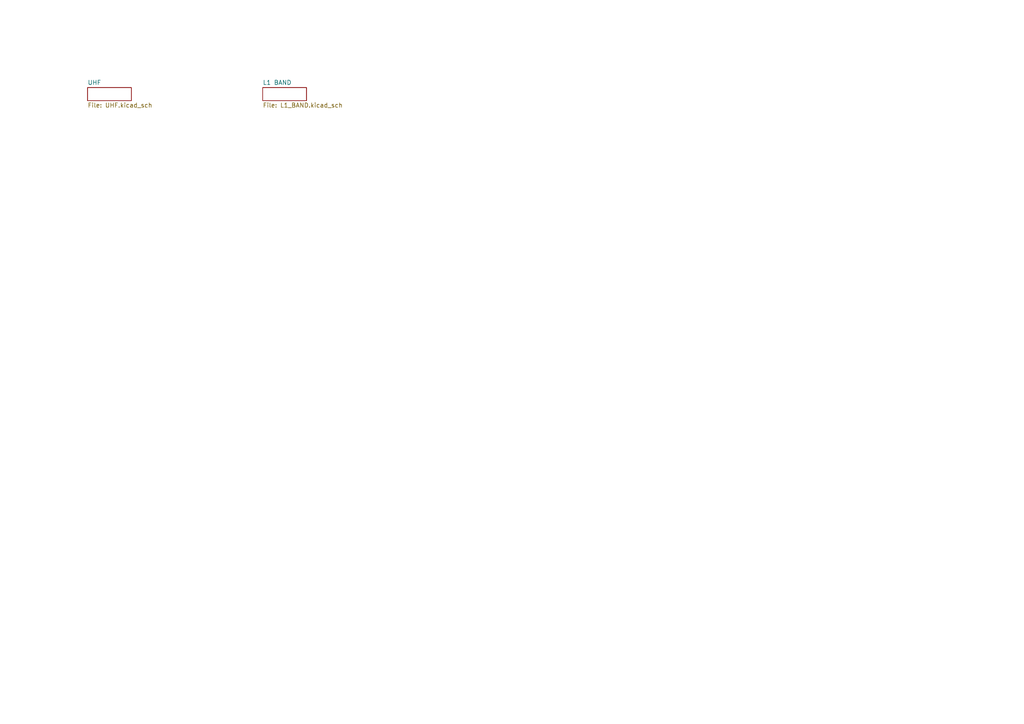
<source format=kicad_sch>
(kicad_sch (version 20211123) (generator eeschema)
  (paper "A4")
  (lib_symbols)
  (sheet (at 25.4 25.4) (size 12.7 3.81)
    (property "Sheet name" "UHF" (at 25.4 24.6884 0) (effects (justify left bottom)))
    (property "Sheet file" "UHF.kicad_sch" (at 25.4 29.7946 0) (effects (justify left top)))
  )
  (sheet (at 76.2 25.4) (size 12.7 3.81)
    (property "Sheet name" "L1 BAND" (at 76.2 24.6884 0) (effects (justify left bottom)))
    (property "Sheet file" "L1_BAND.kicad_sch" (at 76.2 29.7946 0) (effects (justify left top)))
  )
)
</source>
